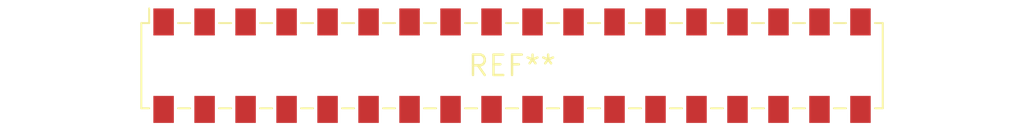
<source format=kicad_pcb>
(kicad_pcb (version 20240108) (generator pcbnew)
  (layers (0 "F.Cu" signal) (31 "B.Cu" signal) (34 "B.Paste" user) (35 "F.Paste" user) (36 "B.SilkS" user "B.Silkscreen") (37 "F.SilkS" user "F.Silkscreen") (38 "B.Mask" user) (39 "F.Mask" user) (44 "Edge.Cuts" user))
  (net 0 "")
  (footprint "Samtec_HLE-118-02-xxx-DV-BE-LC_2x18_P2.54mm_Horizontal" (layer "F.Cu") (at 0 0)
    (property "Reference" "REF**")
    (property "Value" "Samtec_HLE-118-02-xxx-DV-BE-LC_2x18_P2.54mm_Horizontal")
    (fp_line (start -22.97 -2.65) (end -22.97 2.65) (layer "F.SilkS") (stroke (width 0.12)))
    (fp_line (start -22.97 2.65) (end -22.485 2.65) (layer "F.SilkS") (stroke (width 0.12)))
    (fp_line (start -22.485 -3.56) (end -22.485 -2.65) (layer "F.SilkS") (stroke (width 0.12)))
    (fp_line (start -22.485 -2.65) (end -22.97 -2.65) (layer "F.SilkS") (stroke (width 0.12)))
    (fp_line (start -20.695 -2.65) (end -19.945 -2.65) (layer "F.SilkS") (stroke (width 0.12)))
    (fp_line (start -20.695 2.65) (end -19.945 2.65) (layer "F.SilkS") (stroke (width 0.12)))
    (fp_line (start -18.155 -2.65) (end -17.405 -2.65) (layer "F.SilkS") (stroke (width 0.12)))
    (fp_line (start -18.155 2.65) (end -17.405 2.65) (layer "F.SilkS") (stroke (width 0.12)))
    (fp_line (start -15.615 -2.65) (end -14.865 -2.65) (layer "F.SilkS") (stroke (width 0.12)))
    (fp_line (start -15.615 2.65) (end -14.865 2.65) (layer "F.SilkS") (stroke (width 0.12)))
    (fp_line (start -13.075 -2.65) (end -12.325 -2.65) (layer "F.SilkS") (stroke (width 0.12)))
    (fp_line (start -13.075 2.65) (end -12.325 2.65) (layer "F.SilkS") (stroke (width 0.12)))
    (fp_line (start -10.535 -2.65) (end -9.785 -2.65) (layer "F.SilkS") (stroke (width 0.12)))
    (fp_line (start -10.535 2.65) (end -9.785 2.65) (layer "F.SilkS") (stroke (width 0.12)))
    (fp_line (start -7.995 -2.65) (end -7.245 -2.65) (layer "F.SilkS") (stroke (width 0.12)))
    (fp_line (start -7.995 2.65) (end -7.245 2.65) (layer "F.SilkS") (stroke (width 0.12)))
    (fp_line (start -5.455 -2.65) (end -4.705 -2.65) (layer "F.SilkS") (stroke (width 0.12)))
    (fp_line (start -5.455 2.65) (end -4.705 2.65) (layer "F.SilkS") (stroke (width 0.12)))
    (fp_line (start -2.915 -2.65) (end -2.165 -2.65) (layer "F.SilkS") (stroke (width 0.12)))
    (fp_line (start -2.915 2.65) (end -2.165 2.65) (layer "F.SilkS") (stroke (width 0.12)))
    (fp_line (start -0.375 -2.65) (end 0.375 -2.65) (layer "F.SilkS") (stroke (width 0.12)))
    (fp_line (start -0.375 2.65) (end 0.375 2.65) (layer "F.SilkS") (stroke (width 0.12)))
    (fp_line (start 2.165 -2.65) (end 2.915 -2.65) (layer "F.SilkS") (stroke (width 0.12)))
    (fp_line (start 2.165 2.65) (end 2.915 2.65) (layer "F.SilkS") (stroke (width 0.12)))
    (fp_line (start 4.705 -2.65) (end 5.455 -2.65) (layer "F.SilkS") (stroke (width 0.12)))
    (fp_line (start 4.705 2.65) (end 5.455 2.65) (layer "F.SilkS") (stroke (width 0.12)))
    (fp_line (start 7.245 -2.65) (end 7.995 -2.65) (layer "F.SilkS") (stroke (width 0.12)))
    (fp_line (start 7.245 2.65) (end 7.995 2.65) (layer "F.SilkS") (stroke (width 0.12)))
    (fp_line (start 9.785 -2.65) (end 10.535 -2.65) (layer "F.SilkS") (stroke (width 0.12)))
    (fp_line (start 9.785 2.65) (end 10.535 2.65) (layer "F.SilkS") (stroke (width 0.12)))
    (fp_line (start 12.325 -2.65) (end 13.075 -2.65) (layer "F.SilkS") (stroke (width 0.12)))
    (fp_line (start 12.325 2.65) (end 13.075 2.65) (layer "F.SilkS") (stroke (width 0.12)))
    (fp_line (start 14.865 -2.65) (end 15.615 -2.65) (layer "F.SilkS") (stroke (width 0.12)))
    (fp_line (start 14.865 2.65) (end 15.615 2.65) (layer "F.SilkS") (stroke (width 0.12)))
    (fp_line (start 17.405 -2.65) (end 18.155 -2.65) (layer "F.SilkS") (stroke (width 0.12)))
    (fp_line (start 17.405 2.65) (end 18.155 2.65) (layer "F.SilkS") (stroke (width 0.12)))
    (fp_line (start 19.945 -2.65) (end 20.695 -2.65) (layer "F.SilkS") (stroke (width 0.12)))
    (fp_line (start 19.945 2.65) (end 20.695 2.65) (layer "F.SilkS") (stroke (width 0.12)))
    (fp_line (start 22.485 -2.65) (end 22.97 -2.65) (layer "F.SilkS") (stroke (width 0.12)))
    (fp_line (start 22.97 -2.65) (end 22.97 2.65) (layer "F.SilkS") (stroke (width 0.12)))
    (fp_line (start 22.97 2.65) (end 22.485 2.65) (layer "F.SilkS") (stroke (width 0.12)))
    (pad "" np_thru_hole circle (at -21.59 -1.27) (size 0.97 0.97) (drill 0.97) (layers *.Cu *.Mask))
    (pad "" np_thru_hole circle (at -21.59 1.27) (size 0.97 0.97) (drill 0.97) (layers *.Cu *.Mask))
    (pad "" np_thru_hole circle (at -20.32 0) (size 1.19 1.19) (drill 1.19) (layers *.Cu *.Mask))
    (pad "" np_thru_hole circle (at -19.05 -1.27) (size 0.97 0.97) (drill 0.97) (layers *.Cu *.Mask))
    (pad "" np_thru_hole circle (at -19.05 1.27) (size 0.97 0.97) (drill 0.97) (layers *.Cu *.Mask))
    (pad "" np_thru_hole circle (at -16.51 -1.27) (size 0.97 0.97) (drill 0.97) (layers *.Cu *.Mask))
    (pad "" np_thru_hole circle (at -16.51 1.27) (size 0.97 0.97) (drill 0.97) (layers *.Cu *.Mask))
    (pad "" np_thru_hole circle (at -13.97 -1.27) (size 0.97 0.97) (drill 0.97) (layers *.Cu *.Mask))
    (pad "" np_thru_hole circle (at -13.97 1.27) (size 0.97 0.97) (drill 0.97) (layers *.Cu *.Mask))
    (pad "" np_thru_hole circle (at -11.43 -1.27) (size 0.97 0.97) (drill 0.97) (layers *.Cu *.Mask))
    (pad "" np_thru_hole circle (at -11.43 1.27) (size 0.97 0.97) (drill 0.97) (layers *.Cu *.Mask))
    (pad "" np_thru_hole circle (at -8.89 -1.27) (size 0.97 0.97) (drill 0.97) (layers *.Cu *.Mask))
    (pad "" np_thru_hole circle (at -8.89 1.27) (size 0.97 0.97) (drill 0.97) (layers *.Cu *.Mask))
    (pad "" np_thru_hole circle (at -6.35 -1.27) (size 0.97 0.97) (drill 0.97) (layers *.Cu *.Mask))
    (pad "" np_thru_hole circle (at -6.35 1.27) (size 0.97 0.97) (drill 0.97) (layers *.Cu *.Mask))
    (pad "" np_thru_hole circle (at -3.81 -1.27) (size 0.97 0.97) (drill 0.97) (layers *.Cu *.Mask))
    (pad "" np_thru_hole circle (at -3.81 1.27) (size 0.97 0.97) (drill 0.97) (layers *.Cu *.Mask))
    (pad "" np_thru_hole circle (at -1.27 -1.27) (size 0.97 0.97) (drill 0.97) (layers *.Cu *.Mask))
    (pad "" np_thru_hole circle (at -1.27 1.27) (size 0.97 0.97) (drill 0.97) (layers *.Cu *.Mask))
    (pad "" np_thru_hole circle (at 1.27 -1.27) (size 0.97 0.97) (drill 0.97) (layers *.Cu *.Mask))
    (pad "" np_thru_hole circle (at 1.27 1.27) (size 0.97 0.97) (drill 0.97) (layers *.Cu *.Mask))
    (pad "" np_thru_hole circle (at 3.81 -1.27) (size 0.97 0.97) (drill 0.97) (layers *.Cu *.Mask))
    (pad "" np_thru_hole circle (at 3.81 1.27) (size 0.97 0.97) (drill 0.97) (layers *.Cu *.Mask))
    (pad "" np_thru_hole circle (at 6.35 -1.27) (size 0.97 0.97) (drill 0.97) (layers *.Cu *.Mask))
    (pad "" np_thru_hole circle (at 6.35 1.27) (size 0.97 0.97) (drill 0.97) (layers *.Cu *.Mask))
    (pad "" np_thru_hole circle (at 8.89 -1.27) (size 0.97 0.97) (drill 0.97) (layers *.Cu *.Mask))
    (pad "" np_thru_hole circle (at 8.89 1.27) (size 0.97 0.97) (drill 0.97) (layers *.Cu *.Mask))
    (pad "" np_thru_hole circle (at 11.43 -1.27) (size 0.97 0.97) (drill 0.97) (layers *.Cu *.Mask))
    (pad "" np_thru_hole circle (at 11.43 1.27) (size 0.97 0.97) (drill 0.97) (layers *.Cu *.Mask))
    (pad "" np_thru_hole circle (at 13.97 -1.27) (size 0.97 0.97) (drill 0.97) (layers *.Cu *.Mask))
    (pad "" np_thru_hole circle (at 13.97 1.27) (size 0.97 0.97) (drill 0.97) (layers *.Cu *.Mask))
    (pad "" np_thru_hole circle (at 16.51 -1.27) (size 0.97 0.97) (drill 0.97) (layers *.Cu *.Mask))
    (pad "" np_thru_hole circle (at 16.51 1.27) (size 0.97 0.97) (drill 0.97) (layers *.Cu *.Mask))
    (pad "" np_thru_hole circle (at 19.05 -1.27) (size 0.97 0.97) (drill 0.97) (layers *.Cu *.Mask))
    (pad "" np_thru_hole circle (at 19.05 1.27) (size 0.97 0.97) (drill 0.97) (layers *.Cu *.Mask))
    (pad "" np_thru_hole circle (at 20.32 0) (size 1.19 1.19) (drill 1.19) (layers *.Cu *.Mask))
    (pad "" np_thru_hole circle (at 21.59 -1.27) (size 0.97 0.97) (drill 0.97) (layers *.Cu *.Mask))
    (pad "" np_thru_hole circle (at 21.59 1.27) (size 0.97 0.97) (drill 0.97) (layers *.Cu *.Mask))
    (pad "1" smd rect (at -21.59 -2.72) (size 1.27 1.68) (layers "F.Cu" "F.Paste" "F.Mask"))
    (pad "2" smd rect (at -21.59 2.72) (size 1.27 1.68) (layers "F.Cu" "F.Paste" "F.Mask"))
    (pad "3" smd rect (at -19.05 -2.72) (size 1.27 1.68) (layers "F.Cu" "F.Paste" "F.Mask"))
    (pad "4" smd rect (at -19.05 2.72) (size 1.27 1.68) (layers "F.Cu" "F.Paste" "F.Mask"))
    (pad "5" smd rect (at -16.51 -2.72) (size 1.27 1.68) (layers "F.Cu" "F.Paste" "F.Mask"))
    (pad "6" smd rect (at -16.51 2.72) (size 1.27 1.68) (layers "F.Cu" "F.Paste" "F.Mask"))
    (pad "7" smd rect (at -13.97 -2.72) (size 1.27 1.68) (layers "F.Cu" "F.Paste" "F.Mask"))
    (pad "8" smd rect (at -13.97 2.72) (size 1.27 1.68) (layers "F.Cu" "F.Paste" "F.Mask"))
    (pad "9" smd rect (at -11.43 -2.72) (size 1.27 1.68) (layers "F.Cu" "F.Paste" "F.Mask"))
    (pad "10" smd rect (at -11.43 2.72) (size 1.27 1.68) (layers "F.Cu" "F.Paste" "F.Mask"))
    (pad "11" smd rect (at -8.89 -2.72) (size 1.27 1.68) (layers "F.Cu" "F.Paste" "F.Mask"))
    (pad "12" smd rect (at -8.89 2.72) (size 1.27 1.68) (layers "F.Cu" "F.Paste" "F.Mask"))
    (pad "13" smd rect (at -6.35 -2.72) (size 1.27 1.68) (layers "F.Cu" "F.Paste" "F.Mask"))
    (pad "14" smd rect (at -6.35 2.72) (size 1.27 1.68) (layers "F.Cu" "F.Paste" "F.Mask"))
    (pad "15" smd rect (at -3.81 -2.72) (size 1.27 1.68) (layers "F.Cu" "F.Paste" "F.Mask"))
    (pad "16" smd rect (at -3.81 2.72) (size 1.27 1.68) (layers "F.Cu" "F.Paste" "F.Mask"))
    (pad "17" smd rect (at -1.27 -2.72) (size 1.27 1.68) (layers "F.Cu" "F.Paste" "F.Mask"))
    (pad "18" smd rect (at -1.27 2.72) (size 1.27 1.68) (layers "F.Cu" "F.Paste" "F.Mask"))
    (pad "19" smd rect (at 1.27 -2.72) (size 1.27 1.68) (layers "F.Cu" "F.Paste" "F.Mask"))
    (pad "20" smd rect (at 1.27 2.72) (size 1.27 1.68) (layers "F.Cu" "F.Paste" "F.Mask"))
    (pad "21" smd rect (at 3.81 -2.72) (size 1.27 1.68) (layers "F.Cu" "F.Paste" "F.Mask"))
    (pad "22" smd rect (at 3.81 2.72) (size 1.27 1.68) (layers "F.Cu" "F.Paste" "F.Mask"))
    (pad "23" smd rect (at 6.35 -2.72) (size 1.27 1.68) (layers "F.Cu" "F.Paste" "F.Mask"))
    (pad "24" smd rect (at 6.35 2.72) (size 1.27 1.68) (layers "F.Cu" "F.Paste" "F.Mask"))
    (pad "25" smd rect (at 8.89 -2.72) (size 1.27 1.68) (layers "F.Cu" "F.Paste" "F.Mask"))
    (pad "26" smd rect (at 8.89 2.72) (size 1.27 1.68) (layers "F.Cu" "F.Paste" "F.Mask"))
    (pad "27" smd rect (at 11.43 -2.72) (size 1.27 1.68) (layers "F.Cu" "F.Paste" "F.Mask"))
    (pad "28" smd rect (at 11.43 2.72) (size 1.27 1.68) (layers "F.Cu" "F.Paste" "F.Mask"))
    (pad "29" smd rect (at 13.97 -2.72) (size 1.27 1.68) (layers "F.Cu" "F.Paste" "F.Mask"))
    (pad "30" smd rect (at 13.97 2.72) (size 1.27 1.68) (layers "F.Cu" "F.Paste" "F.Mask"))
    (pad "31" smd rect (at 16.51 -2.72) (size 1.27 1.68) (layers "F.Cu" "F.Paste" "F.Mask"))
    (pad "32" smd rect (at 16.51 2.72) (size 1.27 1.68) (layers "F.Cu" "F.Paste" "F.Mask"))
    (pad "33" smd rect (at 19.05 -2.72) (size 1.27 1.68) (layers "F.Cu" "F.Paste" "F.Mask"))
    (pad "34" smd rect (at 19.05 2.72) (size 1.27 1.68) (layers "F.Cu" "F.Paste" "F.Mask"))
    (pad "35" smd rect (at 21.59 -2.72) (size 1.27 1.68) (layers "F.Cu" "F.Paste" "F.Mask"))
    (pad "36" smd rect (at 21.59 2.72) (size 1.27 1.68) (layers "F.Cu" "F.Paste" "F.Mask"))
  )
)
</source>
